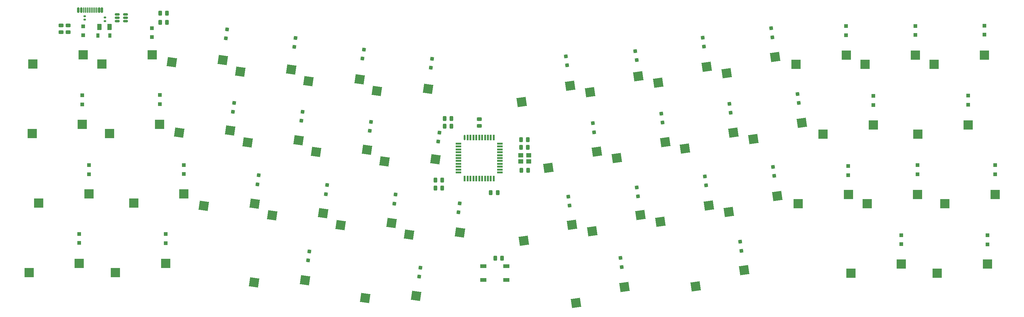
<source format=gbr>
%TF.GenerationSoftware,KiCad,Pcbnew,(5.99.0-9176-ga1730d51ff)*%
%TF.CreationDate,2021-05-08T16:46:04-05:00*%
%TF.ProjectId,prime e clone,7072696d-6520-4652-9063-6c6f6e652e6b,rev?*%
%TF.SameCoordinates,Original*%
%TF.FileFunction,Paste,Bot*%
%TF.FilePolarity,Positive*%
%FSLAX46Y46*%
G04 Gerber Fmt 4.6, Leading zero omitted, Abs format (unit mm)*
G04 Created by KiCad (PCBNEW (5.99.0-9176-ga1730d51ff)) date 2021-05-08 16:46:04*
%MOMM*%
%LPD*%
G01*
G04 APERTURE LIST*
G04 Aperture macros list*
%AMRoundRect*
0 Rectangle with rounded corners*
0 $1 Rounding radius*
0 $2 $3 $4 $5 $6 $7 $8 $9 X,Y pos of 4 corners*
0 Add a 4 corners polygon primitive as box body*
4,1,4,$2,$3,$4,$5,$6,$7,$8,$9,$2,$3,0*
0 Add four circle primitives for the rounded corners*
1,1,$1+$1,$2,$3*
1,1,$1+$1,$4,$5*
1,1,$1+$1,$6,$7*
1,1,$1+$1,$8,$9*
0 Add four rect primitives between the rounded corners*
20,1,$1+$1,$2,$3,$4,$5,0*
20,1,$1+$1,$4,$5,$6,$7,0*
20,1,$1+$1,$6,$7,$8,$9,0*
20,1,$1+$1,$8,$9,$2,$3,0*%
%AMRotRect*
0 Rectangle, with rotation*
0 The origin of the aperture is its center*
0 $1 length*
0 $2 width*
0 $3 Rotation angle, in degrees counterclockwise*
0 Add horizontal line*
21,1,$1,$2,0,0,$3*%
%AMOutline4P*
0 Free polygon, 4 corners , with rotation*
0 The origin of the aperture is its center*
0 number of corners: always 4*
0 $1 to $8 corner X, Y*
0 $9 Rotation angle, in degrees counterclockwise*
0 create outline with 4 corners*
4,1,4,$1,$2,$3,$4,$5,$6,$7,$8,$1,$2,$9*%
G04 Aperture macros list end*
%ADD10R,1.700000X1.000000*%
%ADD11R,1.000000X1.000000*%
%ADD12RotRect,1.000000X1.000000X278.000000*%
%ADD13RotRect,1.000000X1.000000X262.000000*%
%ADD14R,2.550000X2.500000*%
%ADD15RotRect,2.550000X2.500000X188.000000*%
%ADD16RotRect,2.550000X2.500000X172.000000*%
%ADD17RoundRect,0.147500X-0.172500X0.147500X-0.172500X-0.147500X0.172500X-0.147500X0.172500X0.147500X0*%
%ADD18RoundRect,0.243750X-0.243750X-0.456250X0.243750X-0.456250X0.243750X0.456250X-0.243750X0.456250X0*%
%ADD19RoundRect,0.243750X0.243750X0.456250X-0.243750X0.456250X-0.243750X-0.456250X0.243750X-0.456250X0*%
%ADD20O,0.550000X1.500000*%
%ADD21Outline4P,-0.750000X-0.250000X0.750000X-0.250000X0.750000X0.250000X-0.750000X0.250000X270.000000*%
%ADD22Outline4P,-0.750000X-0.275000X0.750000X-0.275000X0.750000X0.275000X-0.750000X0.275000X270.000000*%
%ADD23Outline4P,-0.750000X-0.275000X0.750000X-0.275000X0.750000X0.275000X-0.750000X0.275000X180.000000*%
%ADD24Outline4P,-0.750000X-0.250000X0.750000X-0.250000X0.750000X0.250000X-0.750000X0.250000X180.000000*%
%ADD25RoundRect,0.250000X-0.375000X-0.625000X0.375000X-0.625000X0.375000X0.625000X-0.375000X0.625000X0*%
%ADD26RoundRect,0.243750X-0.456250X0.243750X-0.456250X-0.243750X0.456250X-0.243750X0.456250X0.243750X0*%
%ADD27R,1.400000X1.200000*%
%ADD28R,0.900000X1.200000*%
%ADD29RoundRect,0.150000X-0.512500X-0.150000X0.512500X-0.150000X0.512500X0.150000X-0.512500X0.150000X0*%
%ADD30RoundRect,0.150000X-0.150000X-0.575000X0.150000X-0.575000X0.150000X0.575000X-0.150000X0.575000X0*%
%ADD31RoundRect,0.075000X-0.075000X-0.650000X0.075000X-0.650000X0.075000X0.650000X-0.075000X0.650000X0*%
G04 APERTURE END LIST*
D10*
%TO.C,SW_RESET1*%
X216870000Y-161850000D03*
X210570000Y-161850000D03*
X216870000Y-165650000D03*
X210570000Y-165650000D03*
%TD*%
D11*
%TO.C,D46*%
X311230000Y-136650000D03*
X311230000Y-134150000D03*
%TD*%
%TO.C,D45*%
X349600000Y-155800000D03*
X349600000Y-153300000D03*
%TD*%
%TO.C,D44*%
X325850000Y-155770000D03*
X325850000Y-153270000D03*
%TD*%
D12*
%TO.C,D43*%
X281743966Y-157577835D03*
X281396034Y-155102165D03*
%TD*%
%TO.C,D42*%
X248743966Y-162057835D03*
X248396034Y-159582165D03*
%TD*%
D13*
%TO.C,D41*%
X192796034Y-164717835D03*
X193143966Y-162242165D03*
%TD*%
%TO.C,D40*%
X162156034Y-160227835D03*
X162503966Y-157752165D03*
%TD*%
D11*
%TO.C,D39*%
X122895000Y-155455000D03*
X122895000Y-152955000D03*
%TD*%
%TO.C,D38*%
X99025000Y-155440000D03*
X99025000Y-152940000D03*
%TD*%
%TO.C,D37*%
X351740000Y-136420000D03*
X351740000Y-133920000D03*
%TD*%
%TO.C,D36*%
X330310000Y-136410000D03*
X330310000Y-133910000D03*
%TD*%
D12*
%TO.C,D35*%
X290833966Y-136867835D03*
X290486034Y-134392165D03*
%TD*%
%TO.C,D34*%
X271983966Y-139487835D03*
X271636034Y-137012165D03*
%TD*%
%TO.C,D33*%
X253193966Y-142517835D03*
X252846034Y-140042165D03*
%TD*%
%TO.C,D32*%
X234313966Y-145087835D03*
X233966034Y-142612165D03*
%TD*%
D13*
%TO.C,D31*%
X203636034Y-146927835D03*
X203983966Y-144452165D03*
%TD*%
%TO.C,D30*%
X185956034Y-144527835D03*
X186303966Y-142052165D03*
%TD*%
%TO.C,D29*%
X167096034Y-141897835D03*
X167443966Y-139422165D03*
%TD*%
%TO.C,D28*%
X148216034Y-139197835D03*
X148563966Y-136722165D03*
%TD*%
D11*
%TO.C,D27*%
X127890000Y-136380000D03*
X127890000Y-133880000D03*
%TD*%
%TO.C,D26*%
X101710000Y-136420000D03*
X101710000Y-133920000D03*
%TD*%
%TO.C,D25*%
X344280000Y-117200000D03*
X344280000Y-114700000D03*
%TD*%
%TO.C,D24*%
X318120000Y-117300000D03*
X318120000Y-114800000D03*
%TD*%
D12*
%TO.C,D23*%
X297583966Y-116737835D03*
X297236034Y-114262165D03*
%TD*%
%TO.C,D22*%
X278803966Y-119447835D03*
X278456034Y-116972165D03*
%TD*%
%TO.C,D21*%
X259943966Y-122127835D03*
X259596034Y-119652165D03*
%TD*%
%TO.C,D20*%
X241073966Y-124797835D03*
X240726034Y-122322165D03*
%TD*%
D13*
%TO.C,D19*%
X198072068Y-127375670D03*
X198420000Y-124900000D03*
%TD*%
%TO.C,D18*%
X179196034Y-124417835D03*
X179543966Y-121942165D03*
%TD*%
%TO.C,D17*%
X160326034Y-121647835D03*
X160673966Y-119172165D03*
%TD*%
%TO.C,D16*%
X141476034Y-119157835D03*
X141823966Y-116682165D03*
%TD*%
D11*
%TO.C,D15*%
X121270000Y-117020000D03*
X121270000Y-114520000D03*
%TD*%
%TO.C,D14*%
X99900000Y-117090000D03*
X99900000Y-114590000D03*
%TD*%
%TO.C,D13*%
X348780000Y-97860000D03*
X348780000Y-95360000D03*
%TD*%
%TO.C,D12*%
X329720000Y-97940000D03*
X329720000Y-95440000D03*
%TD*%
%TO.C,D11*%
X310640000Y-97960000D03*
X310640000Y-95460000D03*
%TD*%
D12*
%TO.C,D10*%
X290303966Y-98547835D03*
X289956034Y-96072165D03*
%TD*%
%TO.C,D9*%
X271413966Y-101167835D03*
X271066034Y-98692165D03*
%TD*%
%TO.C,D8*%
X252823966Y-104877835D03*
X252476034Y-102402165D03*
%TD*%
%TO.C,D7*%
X233663966Y-106297835D03*
X233316034Y-103822165D03*
%TD*%
D13*
%TO.C,D6*%
X196066034Y-106967835D03*
X196413966Y-104492165D03*
%TD*%
%TO.C,D5*%
X177206034Y-104425335D03*
X177553966Y-101949665D03*
%TD*%
%TO.C,D4*%
X158366034Y-101237835D03*
X158713966Y-98762165D03*
%TD*%
%TO.C,D3*%
X139526034Y-98869085D03*
X139873966Y-96393415D03*
%TD*%
D11*
%TO.C,D2*%
X119100000Y-98510000D03*
X119100000Y-96010000D03*
%TD*%
%TO.C,D1*%
X100160000Y-98020000D03*
X100160000Y-95520000D03*
%TD*%
D14*
%TO.C,SW13*%
X334930000Y-106050000D03*
X348780000Y-103510000D03*
%TD*%
D15*
%TO.C,SW33*%
X240558213Y-152165961D03*
X253919926Y-147723132D03*
%TD*%
D16*
%TO.C,SW16*%
X126654214Y-124945163D03*
X140722927Y-124357430D03*
%TD*%
D14*
%TO.C,SW11*%
X296830000Y-106050000D03*
X310680000Y-103510000D03*
%TD*%
D16*
%TO.C,SW41*%
X177944214Y-170645163D03*
X192012927Y-170057430D03*
%TD*%
%TO.C,SW4*%
X143454214Y-108075163D03*
X157522927Y-107487430D03*
%TD*%
D14*
%TO.C,SW37*%
X337900000Y-144530000D03*
X351750000Y-141990000D03*
%TD*%
D15*
%TO.C,SW7*%
X221098213Y-116425961D03*
X234459926Y-111983132D03*
%TD*%
D14*
%TO.C,SW15*%
X107400000Y-125170000D03*
X121250000Y-122630000D03*
%TD*%
%TO.C,SW14*%
X86060000Y-125170000D03*
X99910000Y-122630000D03*
%TD*%
D15*
%TO.C,SW21*%
X247338213Y-131975961D03*
X260699926Y-127533132D03*
%TD*%
D14*
%TO.C,SW39*%
X109025000Y-163655000D03*
X122875000Y-161115000D03*
%TD*%
%TO.C,SW26*%
X87875000Y-144400000D03*
X101725000Y-141860000D03*
%TD*%
%TO.C,SW36*%
X316450000Y-144530000D03*
X330300000Y-141990000D03*
%TD*%
D15*
%TO.C,SW9*%
X258828213Y-111135961D03*
X272189926Y-106693132D03*
%TD*%
%TO.C,SW10*%
X277698213Y-108485961D03*
X291059926Y-104043132D03*
%TD*%
D14*
%TO.C,SW45*%
X335780000Y-163780000D03*
X349630000Y-161240000D03*
%TD*%
D15*
%TO.C,SW43*%
X269148213Y-167395961D03*
X282509926Y-162953132D03*
%TD*%
D14*
%TO.C,SW12*%
X315880000Y-106070000D03*
X329730000Y-103530000D03*
%TD*%
%TO.C,SW27*%
X114060000Y-144400000D03*
X127910000Y-141860000D03*
%TD*%
D16*
%TO.C,SW30*%
X171164214Y-150455163D03*
X185232927Y-149867430D03*
%TD*%
%TO.C,SW31*%
X190024214Y-153105163D03*
X204092927Y-152517430D03*
%TD*%
%TO.C,SW40*%
X147299214Y-166320163D03*
X161367927Y-165732430D03*
%TD*%
D14*
%TO.C,SW46*%
X297400000Y-144550000D03*
X311250000Y-142010000D03*
%TD*%
%TO.C,SW44*%
X311976038Y-163780000D03*
X325826038Y-161240000D03*
%TD*%
%TO.C,SW2*%
X105300000Y-105930000D03*
X119150000Y-103390000D03*
%TD*%
%TO.C,SW1*%
X86255000Y-105920000D03*
X100105000Y-103380000D03*
%TD*%
D15*
%TO.C,SW32*%
X221678213Y-154825961D03*
X235039926Y-150383132D03*
%TD*%
%TO.C,SW20*%
X228468213Y-134635961D03*
X241829926Y-130193132D03*
%TD*%
D16*
%TO.C,SW18*%
X164384214Y-130265163D03*
X178452927Y-129677430D03*
%TD*%
D15*
%TO.C,SW8*%
X239968213Y-113785961D03*
X253329926Y-109343132D03*
%TD*%
%TO.C,SW34*%
X259408213Y-149515961D03*
X272769926Y-145073132D03*
%TD*%
%TO.C,SW42*%
X236117751Y-172015961D03*
X249479464Y-167573132D03*
%TD*%
D16*
%TO.C,SW19*%
X183244214Y-132915163D03*
X197312927Y-132327430D03*
%TD*%
%TO.C,SW29*%
X152304214Y-147795163D03*
X166372927Y-147207430D03*
%TD*%
D15*
%TO.C,SW22*%
X266198213Y-129325961D03*
X279559926Y-124883132D03*
%TD*%
D16*
%TO.C,SW6*%
X181184214Y-113375163D03*
X195252927Y-112787430D03*
%TD*%
D15*
%TO.C,SW23*%
X285058213Y-126685961D03*
X298419926Y-122243132D03*
%TD*%
D16*
%TO.C,SW28*%
X133424214Y-145145163D03*
X147492927Y-144557430D03*
%TD*%
D14*
%TO.C,SW25*%
X330460000Y-125310000D03*
X344310000Y-122770000D03*
%TD*%
D15*
%TO.C,SW35*%
X278268213Y-146875961D03*
X291629926Y-142433132D03*
%TD*%
D14*
%TO.C,SW38*%
X85185000Y-163640000D03*
X99035000Y-161100000D03*
%TD*%
D16*
%TO.C,SW5*%
X162309214Y-110735163D03*
X176377927Y-110147430D03*
%TD*%
%TO.C,SW3*%
X124584214Y-105435163D03*
X138652927Y-104847430D03*
%TD*%
D14*
%TO.C,SW24*%
X304270000Y-125310000D03*
X318120000Y-122770000D03*
%TD*%
D16*
%TO.C,SW17*%
X145524214Y-127605163D03*
X159592927Y-127017430D03*
%TD*%
D17*
%TO.C,R4*%
X106150000Y-93095000D03*
X106150000Y-94065000D03*
%TD*%
D18*
%TO.C,R2*%
X213822500Y-159670000D03*
X215697500Y-159670000D03*
%TD*%
%TO.C,C5*%
X212602500Y-141480000D03*
X214477500Y-141480000D03*
%TD*%
%TO.C,R7*%
X121382500Y-94400000D03*
X123257500Y-94400000D03*
%TD*%
D19*
%TO.C,R1*%
X199160000Y-140250000D03*
X197285000Y-140250000D03*
%TD*%
D18*
%TO.C,R6*%
X121382500Y-91940000D03*
X123257500Y-91940000D03*
%TD*%
%TO.C,C2*%
X221040000Y-135310000D03*
X222915000Y-135310000D03*
%TD*%
D20*
%TO.C,U1*%
X205400000Y-126250000D03*
D21*
X206200000Y-126250000D03*
X207000000Y-126250000D03*
D22*
X207800000Y-126250000D03*
X208600000Y-126250000D03*
X209400000Y-126250000D03*
X210200000Y-126250000D03*
X211000000Y-126250000D03*
X211800000Y-126250000D03*
X212600000Y-126250000D03*
X213400000Y-126250000D03*
D23*
X215100000Y-127950000D03*
X215100000Y-128750000D03*
X215100000Y-129550000D03*
X215100000Y-130350000D03*
X215100000Y-131150000D03*
X215100000Y-131950000D03*
X215100000Y-132750000D03*
X215100000Y-133550000D03*
X215100000Y-134350000D03*
X215100000Y-135150000D03*
X215100000Y-135950000D03*
D22*
X213400000Y-137650000D03*
X212600000Y-137650000D03*
X211800000Y-137650000D03*
X211000000Y-137650000D03*
X210200000Y-137650000D03*
X209400000Y-137650000D03*
X208600000Y-137650000D03*
X207800000Y-137650000D03*
X207000000Y-137650000D03*
X206200000Y-137650000D03*
X205400000Y-137650000D03*
D23*
X203700000Y-135950000D03*
X203700000Y-135150000D03*
X203700000Y-134350000D03*
X203700000Y-133550000D03*
X203700000Y-132750000D03*
X203700000Y-131950000D03*
X203700000Y-131150000D03*
X203700000Y-130350000D03*
X203700000Y-129550000D03*
X203700000Y-128750000D03*
D24*
X203700000Y-127950000D03*
%TD*%
D18*
%TO.C,C7*%
X220912500Y-126860000D03*
X222787500Y-126860000D03*
%TD*%
D25*
%TO.C,F1*%
X104615000Y-95730000D03*
X107415000Y-95730000D03*
%TD*%
D26*
%TO.C,R5*%
X94000000Y-95312500D03*
X94000000Y-97187500D03*
%TD*%
D27*
%TO.C,X1*%
X220890000Y-131180000D03*
X223090000Y-131180000D03*
X223090000Y-132880000D03*
X220890000Y-132880000D03*
%TD*%
D26*
%TO.C,C3*%
X209400000Y-121182500D03*
X209400000Y-123057500D03*
%TD*%
%TO.C,C9*%
X95980000Y-95302500D03*
X95980000Y-97177500D03*
%TD*%
D18*
%TO.C,C1*%
X220912500Y-128970000D03*
X222787500Y-128970000D03*
%TD*%
D28*
%TO.C,DS1*%
X107475000Y-98050000D03*
X104175000Y-98050000D03*
%TD*%
D29*
%TO.C,U2*%
X109532500Y-94120000D03*
X109532500Y-93170000D03*
X109532500Y-92220000D03*
X111807500Y-92220000D03*
X111807500Y-93170000D03*
X111807500Y-94120000D03*
%TD*%
D19*
%TO.C,C8*%
X201740000Y-121060000D03*
X199865000Y-121060000D03*
%TD*%
D30*
%TO.C,J1*%
X98810000Y-91035000D03*
X99610000Y-91035000D03*
D31*
X100810000Y-91035000D03*
X101806000Y-91035000D03*
X102310000Y-91035000D03*
X103310000Y-91035000D03*
D30*
X105310000Y-91035000D03*
X104510000Y-91035000D03*
D31*
X103810000Y-91035000D03*
X102810000Y-91035000D03*
X101310000Y-91035000D03*
X100310000Y-91035000D03*
%TD*%
D17*
%TO.C,R3*%
X100570000Y-92715000D03*
X100570000Y-93685000D03*
%TD*%
D19*
%TO.C,C6*%
X199170000Y-138040000D03*
X197295000Y-138040000D03*
%TD*%
%TO.C,C4*%
X201750000Y-123150000D03*
X199875000Y-123150000D03*
%TD*%
M02*

</source>
